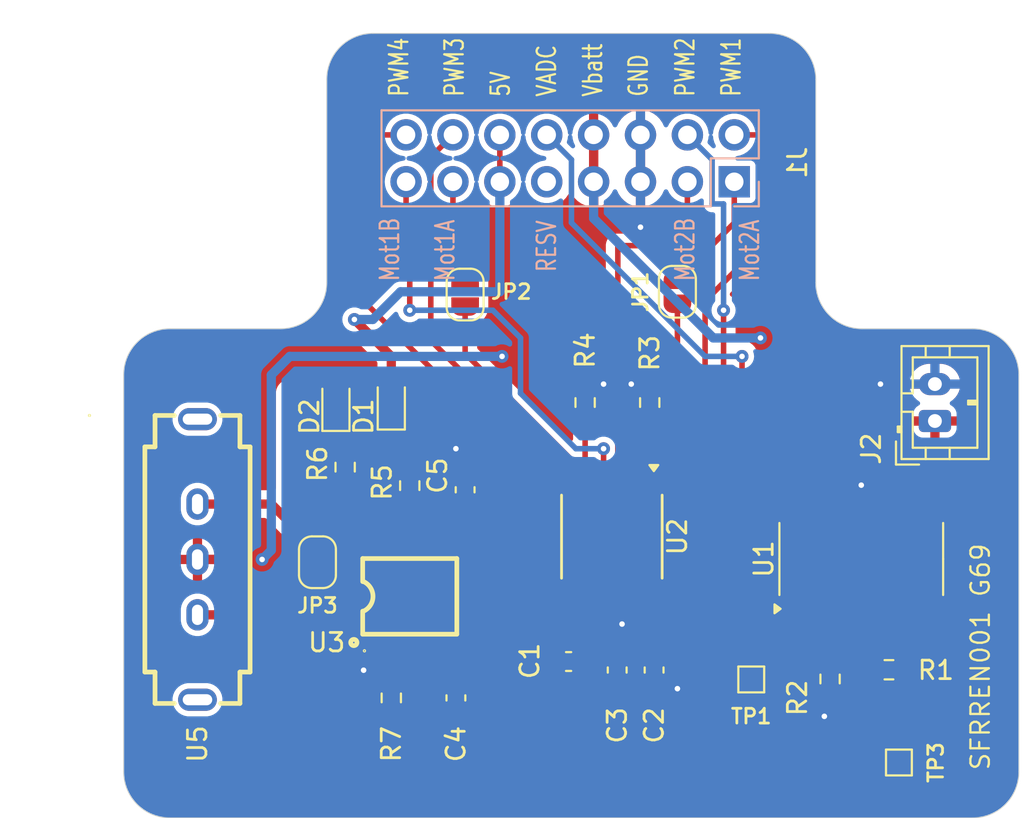
<source format=kicad_pcb>
(kicad_pcb (version 20240108) (generator "pcbnew") (generator_version "8.0")
  (title_block (title "Power SubSystem") (date "2024-04-21") (rev "v2") (company "EEE3088F") (comment 1 "SFRREN001") (comment 2 "Dimpho Sefora"))
  (layers (0 "F.Cu" signal) (31 "B.Cu" power) (34 "B.Paste" user) (35 "F.Paste" user) (36 "B.SilkS" user "B.Silkscreen") (37 "F.SilkS" user "F.Silkscreen") (38 "B.Mask" user) (39 "F.Mask" user) (44 "Edge.Cuts" user))
  (net 0 "")
  (net 1 "Net-(U2-VCP)")
  (net 2 "GND")
  (net 3 "Net-(U2-VINT)")
  (net 4 "Net-(D1-K)")
  (net 5 "Net-(D2-K)")
  (net 6 "/Motor2_A")
  (net 7 "/RESV")
  (net 8 "/Motor1_B")
  (net 9 "/Motor2_B")
  (net 10 "/Motor1_A")
  (net 11 "Net-(U1A-+)")
  (net 12 "Net-(U2-AISEN)")
  (net 13 "Net-(U2-BISEN)")
  (net 14 "Net-(U3-STDBY#)")
  (net 15 "Net-(U3-CHRG#)")
  (net 16 "Net-(U3-PROG)")
  (net 19 "Charging")
  (net 20 "H-bridge")
  (net 21 "/Vusb")
  (net 22 "/Vbatt")
  (net 23 "/PWM4")
  (net 24 "/PWM2")
  (net 25 "/PWM1")
  (net 26 "/PWM3")
  (net 29 "VADC")
  (net 30 "Net-(JP3-A)")
  (net 31 "Net-(JP1-A)")
  (net 32 "Net-(JP2-A)")
  (footprint "Capacitor_SMD:C_0603_1608Metric" (layer "F.Cu") (at 127.605 86.03)
    (property "Reference" "C1" (at -2.105 -0.03 90) (layer "F.SilkS"))
    (property "Value" "10nF")
    (pad "1" smd roundrect (at -0.775 0) (size 0.9 0.95) (layers "F.Cu" "F.Paste" "F.Mask") (net 1 "Net-(U2-VCP)"))
    (pad "2" smd roundrect (at 0.775 0) (size 0.9 0.95) (layers "F.Cu" "F.Paste" "F.Mask") (net 20 "H-bridge"))
  )
  (footprint "Capacitor_SMD:C_0603_1608Metric" (layer "F.Cu") (at 132.2375 86.49 -90)
    (property "Reference" "C2" (at 3 0 90) (layer "F.SilkS"))
    (property "Value" "2.2uF")
    (pad "1" smd roundrect (at -0.775 0 270) (size 0.9 0.95) (layers "F.Cu" "F.Paste" "F.Mask") (net 3 "Net-(U2-VINT)"))
    (pad "2" smd roundrect (at 0.775 0 270) (size 0.9 0.95) (layers "F.Cu" "F.Paste" "F.Mask") (net 2 "GND"))
  )
  (footprint "Capacitor_SMD:C_0603_1608Metric" (layer "F.Cu") (at 121.5 88 -90)
    (property "Reference" "C4" (at 2.5 0 90) (layer "F.SilkS"))
    (property "Value" "10uF")
    (pad "1" smd roundrect (at -0.775 0 270) (size 0.9 0.95) (layers "F.Cu" "F.Paste" "F.Mask") (net 21 "/Vusb"))
    (pad "2" smd roundrect (at 0.775 0 270) (size 0.9 0.95) (layers "F.Cu" "F.Paste" "F.Mask") (net 2 "GND"))
  )
  (footprint "TestPoint:TestPoint_Pad_1.0x1.0mm" (layer "F.Cu") (at 145.5 91.5)
    (property "Reference" "TP3" (at 2 0 270) (layer "F.SilkS") (effects (font (size 0.8 0.8))))
    (property "Value" "Vh")
    (pad "1" smd rect (at 0 0) (size 1 1) (layers "F.Cu" "F.Mask") (net 20 "H-bridge"))
  )
  (footprint "Resistor_SMD:R_0603_1608Metric" (layer "F.Cu") (at 132 72 -90)
    (property "Reference" "R3" (at -2.675 0 90) (layer "F.SilkS"))
    (property "Value" "1")
    (pad "1" smd roundrect (at -0.825 0 270) (size 0.8 0.95) (layers "F.Cu" "F.Paste" "F.Mask") (net 2 "GND"))
    (pad "2" smd roundrect (at 0.825 0 270) (size 0.8 0.95) (layers "F.Cu" "F.Paste" "F.Mask") (net 12 "Net-(U2-AISEN)"))
  )
  (footprint "Resistor_SMD:R_0603_1608Metric" (layer "F.Cu") (at 144.96 86.475 180)
    (property "Reference" "R1" (at -2.54 -0.025 180) (layer "F.SilkS"))
    (property "Value" "270")
    (pad "1" smd roundrect (at -0.825 0 180) (size 0.8 0.95) (layers "F.Cu" "F.Paste" "F.Mask") (net 20 "H-bridge"))
    (pad "2" smd roundrect (at 0.825 0 180) (size 0.8 0.95) (layers "F.Cu" "F.Paste" "F.Mask") (net 11 "Net-(U1A-+)"))
  )
  (footprint "Package_SO:TSSOP-16-1EP_4.4x5mm_P0.65mm" (layer "F.Cu") (at 129.9475 79.265 -90)
    (property "Reference" "U2" (at 0 -3.55 90) (layer "F.SilkS"))
    (property "Value" "DRV8833PWPR")
    (pad "1" smd rect (at -2.775 -2.275 270) (size 1.05 0.45) (layers "F.Cu" "F.Paste" "F.Mask"))
    (pad "2" smd rect (at -2.775 -1.625 270) (size 1.05 0.45) (layers "F.Cu" "F.Paste" "F.Mask") (net 31 "Net-(JP1-A)"))
    (pad "3" smd rect (at -2.775 -0.975 270) (size 1.05 0.45) (layers "F.Cu" "F.Paste" "F.Mask") (net 12 "Net-(U2-AISEN)"))
    (pad "4" smd rect (at -2.775 -0.325 270) (size 1.05 0.45) (layers "F.Cu" "F.Paste" "F.Mask") (net 9 "/Motor2_B"))
    (pad "5" smd rect (at -2.775 0.325 270) (size 1.05 0.45) (layers "F.Cu" "F.Paste" "F.Mask") (net 8 "/Motor1_B"))
    (pad "6" smd rect (at -2.775 0.975 270) (size 1.05 0.45) (layers "F.Cu" "F.Paste" "F.Mask") (net 13 "Net-(U2-BISEN)"))
    (pad "7" smd rect (at -2.775 1.625 270) (size 1.05 0.45) (layers "F.Cu" "F.Paste" "F.Mask") (net 32 "Net-(JP2-A)"))
    (pad "8" smd rect (at -2.775 2.275 270) (size 1.05 0.45) (layers "F.Cu" "F.Paste" "F.Mask"))
    (pad "9" smd rect (at 2.775 2.275 270) (size 1.05 0.45) (layers "F.Cu" "F.Paste" "F.Mask") (net 26 "/PWM3"))
    (pad "10" smd rect (at 2.775 1.625 270) (size 1.05 0.45) (layers "F.Cu" "F.Paste" "F.Mask") (net 23 "/PWM4"))
    (pad "11" smd rect (at 2.775 0.975 270) (size 1.05 0.45) (layers "F.Cu" "F.Paste" "F.Mask") (net 1 "Net-(U2-VCP)"))
    (pad "12" smd rect (at 2.775 0.325 270) (size 1.05 0.45) (layers "F.Cu" "F.Paste" "F.Mask") (net 20 "H-bridge"))
    (pad "13" smd rect (at 2.775 -0.325 270) (size 1.05 0.45) (layers "F.Cu" "F.Paste" "F.Mask") (net 2 "GND"))
    (pad "14" smd rect (at 2.775 -0.975 270) (size 1.05 0.45) (layers "F.Cu" "F.Paste" "F.Mask") (net 3 "Net-(U2-VINT)"))
    (pad "15" smd rect (at 2.775 -1.625 270) (size 1.05 0.45) (layers "F.Cu" "F.Paste" "F.Mask") (net 24 "/PWM2"))
    (pad "16" smd rect (at 2.775 -2.275 270) (size 1.05 0.45) (layers "F.Cu" "F.Paste" "F.Mask") (net 25 "/PWM1"))
    (pad "17" smd rect (at -0.735 -1.3425 270) (size 1.47 0.895) (layers "F.Cu" "F.Paste" "F.Mask") (net 2 "GND"))
    (pad "17" smd rect (at -0.735 -0.4475 270) (size 1.47 0.895) (layers "F.Cu" "F.Paste" "F.Mask") (net 2 "GND"))
    (pad "17" smd rect (at -0.735 0.4475 270) (size 1.47 0.895) (layers "F.Cu" "F.Paste" "F.Mask") (net 2 "GND"))
    (pad "17" smd rect (at -0.735 1.3425 270) (size 1.47 0.895) (layers "F.Cu" "F.Paste" "F.Mask") (net 2 "GND"))
    (pad "17" smd rect (at 0.735 -1.3425 270) (size 1.47 0.895) (layers "F.Cu" "F.Paste" "F.Mask") (net 2 "GND"))
    (pad "17" smd rect (at 0.735 -0.4475 270) (size 1.47 0.895) (layers "F.Cu" "F.Paste" "F.Mask") (net 2 "GND"))
    (pad "17" smd rect (at 0.735 0.4475 270) (size 1.47 0.895) (layers "F.Cu" "F.Paste" "F.Mask") (net 2 "GND"))
    (pad "17" smd rect (at 0.735 1.3425 270) (size 1.47 0.895) (layers "F.Cu" "F.Paste" "F.Mask") (net 2 "GND"))
  )
  (footprint "Jumper:SolderJumper-2_P1.3mm_Open_RoundedPad1.0x1.5mm" (layer "F.Cu") (at 122 66.15 90)
    (property "Reference" "JP2" (at 0.15 2.5 0) (layer "F.SilkS") (effects (font (size 0.8 0.8))))
    (property "Value" "SolderJumper_2_Open")
    (pad "1" smd custom (at -0.65 0 90) (size 1 0.5) (layers "F.Cu" "F.Mask") (net 32 "Net-(JP2-A)") (options (clearance outline) (anchor rect)) (primitives (gr_circle (center 0 0.25) (end 0.5 0.25) (width 0) (fill yes)) (gr_circle (center 0 -0.25) (end 0.5 -0.25) (width 0) (fill yes)) (gr_poly (pts (xy 0.5 0.75) (xy 0 0.75) (xy 0 -0.75) (xy 0.5 -0.75)) (width 0) (fill yes))))
    (pad "2" smd custom (at 0.65 0 90) (size 1 0.5) (layers "F.Cu" "F.Mask") (net 10 "/Motor1_A") (options (clearance outline) (anchor rect)) (primitives (gr_circle (center 0 0.25) (end 0.5 0.25) (width 0) (fill yes)) (gr_circle (center 0 -0.25) (end 0.5 -0.25) (width 0) (fill yes)) (gr_poly (pts (xy 0 0.75) (xy -0.5 0.75) (xy -0.5 -0.75) (xy 0 -0.75)) (width 0) (fill yes))))
  )
  (footprint "JLC2KiCad_lib:SW-TH_G-SWITCH_SK-12F02-G030" (layer "F.Cu") (at 107.5 80.5 -90)
    (property "Reference" "U5" (at 10 0 90) (layer "F.SilkS"))
    (property "Value" "SK-12F02-G030")
    (pad "1" thru_hole oval (at -3 0 180) (size 1.2 1.7) (drill oval 0.6 1.1) (layers "*.Cu" "*.Mask") (net 19 "Charging"))
    (pad "2" thru_hole oval (at 0 0 180) (size 1.2 1.7) (drill oval 0.6 1.1) (layers "*.Cu" "*.Mask") (net 22 "/Vbatt"))
    (pad "3" thru_hole oval (at 3 0 180) (size 1.2 1.7) (drill oval 0.6 1.1) (layers "*.Cu" "*.Mask") (net 20 "H-bridge"))
    (pad "4" thru_hole oval (at 7.599949 0 270) (size 1.2 2.1) (drill oval 0.6 1.6) (layers "*.Cu" "*.Mask"))
    (pad "5" thru_hole oval (at -7.599949 0 270) (size 1.2 2.1) (drill oval 0.6 1.6) (layers "*.Cu" "*.Mask"))
  )
  (footprint "TP4056:ESOP-8_L4.9-W3.9-P1.27-LS6.0-BL-EP" (layer "F.Cu") (at 119 82.5)
    (property "Reference" "U3" (at -4.5 2.5 0) (layer "F.SilkS"))
    (property "Value" "TP4056")
    (pad "1" smd rect (at -1.905004 2.908306) (size 0.6 1.2) (layers "F.Cu" "F.Paste" "F.Mask") (net 2 "GND"))
    (pad "2" smd rect (at -0.635001 2.908306) (size 0.6 1.2) (layers "F.Cu" "F.Paste" "F.Mask") (net 16 "Net-(U3-PROG)"))
    (pad "3" smd rect (at 0.635001 2.908306) (size 0.6 1.2) (layers "F.Cu" "F.Paste" "F.Mask") (net 2 "GND"))
    (pad "4" smd rect (at 1.905004 2.908306) (size 0.6 1.2) (layers "F.Cu" "F.Paste" "F.Mask") (net 21 "/Vusb"))
    (pad "5" smd rect (at 1.905004 -2.908306) (size 0.6 1.2) (layers "F.Cu" "F.Paste" "F.Mask") (net 30 "Net-(JP3-A)"))
    (pad "6" smd rect (at 0.635001 -2.908306) (size 0.6 1.2) (layers "F.Cu" "F.Paste" "F.Mask") (net 14 "Net-(U3-STDBY#)"))
    (pad "7" smd rect (at -0.635001 -2.908306) (size 0.6 1.2) (layers "F.Cu" "F.Paste" "F.Mask") (net 15 "Net-(U3-CHRG#)"))
    (pad "8" smd rect (at -1.905004 -2.908306) (size 0.6 1.2) (layers "F.Cu" "F.Paste" "F.Mask") (net 21 "/Vusb"))
    (pad "9" smd rect (at 0 0 180) (size 3.3 2.4) (layers "F.Cu" "F.Paste" "F.Mask") (net 2 "GND"))
  )
  (footprint "Capacitor_SMD:C_0603_1608Metric" (layer "F.Cu") (at 130.2375 86.49 90)
    (property "Reference" "C3" (at -3 0 270) (layer "F.SilkS"))
    (property "Value" "10uF")
    (pad "1" smd roundrect (at -0.775 0 90) (size 0.9 0.95) (layers "F.Cu" "F.Paste" "F.Mask") (net 2 "GND"))
    (pad "2" smd roundrect (at 0.775 0 90) (size 0.9 0.95) (layers "F.Cu" "F.Paste" "F.Mask") (net 20 "H-bridge"))
  )
  (footprint "LED_SMD:LED_0603_1608Metric" (layer "F.Cu") (at 118 71.9775 90)
    (property "Reference" "D1" (at -0.7875 -1.5 -90) (layer "F.SilkS"))
    (property "Value" "LED")
    (pad "1" smd roundrect (at -0.7875 0 90) (size 0.875 0.95) (layers "F.Cu" "F.Paste" "F.Mask") (net 4 "Net-(D1-K)"))
    (pad "2" smd roundrect (at 0.7875 0 90) (size 0.875 0.95) (layers "F.Cu" "F.Paste" "F.Mask") (net 21 "/Vusb"))
  )
  (footprint "Package_SO:SOIC-14_3.9x8.7mm_P1.27mm" (layer "F.Cu") (at 143.46 80.475 90)
    (property "Reference" "U1" (at 0 -5.28 270) (layer "F.SilkS"))
    (property "Value" "LM324")
    (pad "1" smd roundrect (at -2.475 -3.81 90) (size 1.95 0.6) (layers "F.Cu" "F.Paste" "F.Mask") (net 29 "VADC"))
    (pad "2" smd roundrect (at -2.475 -2.54 90) (size 1.95 0.6) (layers "F.Cu" "F.Paste" "F.Mask") (net 29 "VADC"))
    (pad "3" smd roundrect (at -2.475 -1.27 90) (size 1.95 0.6) (layers "F.Cu" "F.Paste" "F.Mask") (net 11 "Net-(U1A-+)"))
    (pad "4" smd roundrect (at -2.475 0 90) (size 1.95 0.6) (layers "F.Cu" "F.Paste" "F.Mask") (net 20 "H-bridge"))
    (pad "5" smd roundrect (at -2.475 1.27 90) (size 1.95 0.6) (layers "F.Cu" "F.Paste" "F.Mask"))
    (pad "6" smd roundrect (at -2.475 2.54 90) (size 1.95 0.6) (layers "F.Cu" "F.Paste" "F.Mask"))
    (pad "7" smd roundrect (at -2.475 3.81 90) (size 1.95 0.6) (layers "F.Cu" "F.Paste" "F.Mask"))
    (pad "8" smd roundrect (at 2.475 3.81 90) (size 1.95 0.6) (layers "F.Cu" "F.Paste" "F.Mask"))
    (pad "9" smd roundrect (at 2.475 2.54 90) (size 1.95 0.6) (layers "F.Cu" "F.Paste" "F.Mask"))
    (pad "10" smd roundrect (at 2.475 1.27 90) (size 1.95 0.6) (layers "F.Cu" "F.Paste" "F.Mask"))
    (pad "11" smd roundrect (at 2.475 0 90) (size 1.95 0.6) (layers "F.Cu" "F.Paste" "F.Mask") (net 2 "GND"))
    (pad "12" smd roundrect (at 2.475 -1.27 90) (size 1.95 0.6) (layers "F.Cu" "F.Paste" "F.Mask"))
    (pad "13" smd roundrect (at 2.475 -2.54 90) (size 1.95 0.6) (layers "F.Cu" "F.Paste" "F.Mask"))
    (pad "14" smd roundrect (at 2.475 -3.81 90) (size 1.95 0.6) (layers "F.Cu" "F.Paste" "F.Mask"))
  )
  (footprint "Connector_JST:JST_PH_B2B-PH-K_1x02_P2.00mm_Vertical" (layer "F.Cu") (at 147.45 73 90)
    (property "Reference" "J2" (at -1.5 -3.45 270) (layer "F.SilkS"))
    (property "Value" "Conn_01x02_Pin")
    (pad "1" thru_hole roundrect (at 0 0 90) (size 1.2 1.75) (drill 0.75) (layers "*.Cu" "*.Mask") (roundrect_rratio 0.208333) (net 22 "/Vbatt"))
    (pad "2" thru_hole oval (at 2 0 90) (size 1.2 1.75) (drill 0.75) (layers "*.Cu" "*.Mask") (net 2 "GND"))
  )
  (footprint "Resistor_SMD:R_0603_1608Metric" (layer "F.Cu") (at 119 76.5 -90)
    (property "Reference" "R5" (at -0.175 1.5 90) (layer "F.SilkS"))
    (property "Value" "1k")
    (pad "1" smd roundrect (at -0.825 0 270) (size 0.8 0.95) (layers "F.Cu" "F.Paste" "F.Mask") (net 4 "Net-(D1-K)"))
    (pad "2" smd roundrect (at 0.825 0 270) (size 0.8 0.95) (layers "F.Cu" "F.Paste" "F.Mask") (net 14 "Net-(U3-STDBY#)"))
  )
  (footprint "Jumper:SolderJumper-2_P1.3mm_Open_RoundedPad1.0x1.5mm" (layer "F.Cu") (at 114 80.65 90)
    (property "Reference" "JP3" (at -2.35 0 0) (layer "F.SilkS") (effects (font (size 0.8 0.8))))
    (property "Value" "SolderJumper_2_Open")
    (pad "1" smd custom (at -0.65 0 90) (size 1 0.5) (layers "F.Cu" "F.Mask") (net 30 "Net-(JP3-A)") (options (clearance outline) (anchor rect)) (primitives (gr_circle (center 0 0.25) (end 0.5 0.25) (width 0) (fill yes)) (gr_circle (center 0 -0.25) (end 0.5 -0.25) (width 0) (fill yes)) (gr_poly (pts (xy 0.5 0.75) (xy 0 0.75) (xy 0 -0.75) (xy 0.5 -0.75)) (width 0) (fill yes))))
    (pad "2" smd custom (at 0.65 0 90) (size 1 0.5) (layers "F.Cu" "F.Mask") (net 19 "Charging") (options (clearance outline) (anchor rect)) (primitives (gr_circle (center 0 0.25) (end 0.5 0.25) (width 0) (fill yes)) (gr_circle (center 0 -0.25) (end 0.5 -0.25) (width 0) (fill yes)) (gr_poly (pts (xy 0 0.75) (xy -0.5 0.75) (xy -0.5 -0.75) (xy 0 -0.75)) (width 0) (fill yes))))
  )
  (footprint "Resistor_SMD:R_0603_1608Metric" (layer "F.Cu") (at 118 88 -90)
    (property "Reference" "R7" (at 2.5 0 90) (layer "F.SilkS"))
    (property "Value" "7.5k")
    (pad "1" smd roundrect (at -0.825 0 270) (size 0.8 0.95) (layers "F.Cu" "F.Paste" "F.Mask") (net 16 "Net-(U3-PROG)"))
    (pad "2" smd roundrect (at 0.825 0 270) (size 0.8 0.95) (layers "F.Cu" "F.Paste" "F.Mask") (net 2 "GND"))
  )
  (footprint "LED_SMD:LED_0603_1608Metric" (layer "F.Cu") (at 115 72.0525 90)
    (property "Reference" "D2" (at -0.7125 -1.43 -90) (layer "F.SilkS"))
    (property "Value" "LED")
    (pad "1" smd roundrect (at -0.7875 0 90) (size 0.875 0.95) (layers "F.Cu" "F.Paste" "F.Mask") (net 5 "Net-(D2-K)"))
    (pad "2" smd roundrect (at 0.7875 0 90) (size 0.875 0.95) (layers "F.Cu" "F.Paste" "F.Mask") (net 21 "/Vusb"))
  )
  (footprint "Resistor_SMD:R_0603_1608Metric" (layer "F.Cu") (at 115.5 75.5 -90)
    (property "Reference" "R6" (at -0.175 1.5 90) (layer "F.SilkS"))
    (property "Value" "1k")
    (pad "1" smd roundrect (at -0.825 0 270) (size 0.8 0.95) (layers "F.Cu" "F.Paste" "F.Mask") (net 5 "Net-(D2-K)"))
    (pad "2" smd roundrect (at 0.825 0 270) (size 0.8 0.95) (layers "F.Cu" "F.Paste" "F.Mask") (net 15 "Net-(U3-CHRG#)"))
  )
  (footprint "Jumper:SolderJumper-2_P1.3mm_Open_RoundedPad1.0x1.5mm" (layer "F.Cu") (at 133.5 66 90)
    (property "Reference" "JP1" (at 0 -2 270) (layer "F.SilkS") (effects (font (size 0.8 0.8))))
    (property "Value" "SolderJumper_2_Open")
    (pad "1" smd custom (at -0.65 0 90) (size 1 0.5) (layers "F.Cu" "F.Mask") (net 31 "Net-(JP1-A)") (options (clearance outline) (anchor rect)) (primitives (gr_circle (center 0 0.25) (end 0.5 0.25) (width 0) (fill yes)) (gr_circle (center 0 -0.25) (end 0.5 -0.25) (width 0) (fill yes)) (gr_poly (pts (xy 0.5 0.75) (xy 0 0.75) (xy 0 -0.75) (xy 0.5 -0.75)) (width 0) (fill yes))))
    (pad "2" smd custom (at 0.65 0 90) (size 1 0.5) (layers "F.Cu" "F.Mask") (net 6 "/Motor2_A") (options (clearance outline) (anchor rect)) (primitives (gr_circle (center 0 0.25) (end 0.5 0.25) (width 0) (fill yes)) (gr_circle (center 0 -0.25) (end 0.5 -0.25) (width 0) (fill yes)) (gr_poly (pts (xy 0 0.75) (xy -0.5 0.75) (xy -0.5 -0.75) (xy 0 -0.75)) (width 0) (fill yes))))
  )
  (footprint "TestPoint:TestPoint_Pad_1.0x1.0mm" (layer "F.Cu") (at 137.5 87)
    (property "Reference" "TP1" (at 0 2 0) (layer "F.SilkS") (effects (font (size 0.8 0.8))))
    (property "Value" "Vadc")
    (pad "1" smd rect (at 0 0) (size 1 1) (layers "F.Cu" "F.Mask") (net 11 "Net-(U1A-+)"))
  )
  (footprint "Resistor_SMD:R_0603_1608Metric" (layer "F.Cu") (at 141.77 86.975 -90)
    (property "Reference" "R2" (at 1.025 1.77 90) (layer "F.SilkS"))
    (property "Value" "1k")
    (pad "1" smd roundrect (at -0.825 0 270) (size 0.8 0.95) (layers "F.Cu" "F.Paste" "F.Mask") (net 11 "Net-(U1A-+)"))
    (pad "2" smd roundrect (at 0.825 0 270) (size 0.8 0.95) (layers "F.Cu" "F.Paste" "F.Mask") (net 2 "GND"))
  )
  (footprint "Capacitor_SMD:C_0603_1608Metric" (layer "F.Cu") (at 122 76.725 -90)
    (property "Reference" "C5" (at -0.765 1.5 90) (layer "F.SilkS"))
    (property "Value" "10uF")
    (pad "1" smd roundrect (at -0.775 0 270) (size 0.9 0.95) (layers "F.Cu" "F.Paste" "F.Mask") (net 2 "GND"))
    (pad "2" smd roundrect (at 0.775 0 270) (size 0.9 0.95) (layers "F.Cu" "F.Paste" "F.Mask") (net 30 "Net-(JP3-A)"))
  )
  (footprint "Resistor_SMD:R_0603_1608Metric" (layer "F.Cu") (at 128.5 72 -90)
    (property "Reference" "R4" (at -2.825 0 90) (layer "F.SilkS"))
    (property "Value" "1")
    (pad "1" smd roundrect (at -0.825 0 270) (size 0.8 0.95) (layers "F.Cu" "F.Paste" "F.Mask") (net 2 "GND"))
    (pad "2" smd roundrect (at 0.825 0 270) (size 0.8 0.95) (layers "F.Cu" "F.Paste" "F.Mask") (net 13 "Net-(U2-BISEN)"))
  )
  (footprint "Connector_PinHeader_2.54mm:PinHeader_2x08_P2.54mm_Vertical" (layer "B.Cu") (at 136.58 60.04 90)
    (property "Reference" "J1" (at 1.04 3.42 270) (layer "F.SilkS") (effects (justify mirror)))
    (property "Value" "Conn_02x08_Odd_Even")
    (pad "1" thru_hole rect (at 0 0 90) (size 1.7 1.7) (drill 1) (layers "*.Cu" "*.Mask") (net 6 "/Motor2_A"))
    (pad "2" thru_hole oval (at 2.54 0 90) (size 1.7 1.7) (drill 1) (layers "*.Cu" "*.Mask") (net 25 "/PWM1"))
    (pad "3" thru_hole oval (at 0 -2.54 90) (size 1.7 1.7) (drill 1) (layers "*.Cu" "*.Mask") (net 9 "/Motor2_B"))
    (pad "4" thru_hole oval (at 2.54 -2.54 90) (size 1.7 1.7) (drill 1) (layers "*.Cu" "*.Mask") (net 24 "/PWM2"))
    (pad "5" thru_hole oval (at 0 -5.08 90) (size 1.7 1.7) (drill 1) (layers "*.Cu" "*.Mask") (net 2 "GND"))
    (pad "6" thru_hole oval (at 2.54 -5.08 90) (size 1.7 1.7) (drill 1) (layers "*.Cu" "*.Mask") (net 2 "GND"))
    (pad "7" thru_hole oval (at 0 -7.62 90) (size 1.7 1.7) (drill 1) (layers "*.Cu" "*.Mask") (net 22 "/Vbatt"))
    (pad "8" thru_hole oval (at 2.54 -7.62 90) (size 1.7 1.7) (drill 1) (layers "*.Cu" "*.Mask") (net 22 "/Vbatt"))
    (pad "9" thru_hole oval (at 0 -10.16 90) (size 1.7 1.7) (drill 1) (layers "*.Cu" "*.Mask") (net 7 "/RESV"))
    (pad "10" thru_hole oval (at 2.54 -10.16 90) (size 1.7 1.7) (drill 1) (layers "*.Cu" "*.Mask") (net 29 "VADC"))
    (pad "11" thru_hole oval (at 0 -12.7 90) (size 1.7 1.7) (drill 1) (layers "*.Cu" "*.Mask") (net 21 "/Vusb"))
    (pad "12" thru_hole oval (at 2.54 -12.7 90) (size 1.7 1.7) (drill 1) (layers "*.Cu" "*.Mask") (net 21 "/Vusb"))
    (pad "13" thru_hole oval (at 0 -15.24 90) (size 1.7 1.7) (drill 1) (layers "*.Cu" "*.Mask") (net 10 "/Motor1_A"))
    (pad "14" thru_hole oval (at 2.54 -15.24 90) (size 1.7 1.7) (drill 1) (layers "*.Cu" "*.Mask") (net 26 "/PWM3"))
    (pad "15" thru_hole oval (at 0 -17.78 90) (size 1.7 1.7) (drill 1) (layers "*.Cu" "*.Mask") (net 8 "/Motor1_B"))
    (pad "16" thru_hole oval (at 2.54 -17.78 90) (size 1.7 1.7) (drill 1) (layers "*.Cu" "*.Mask") (net 23 "/PWM4"))
  )
  (gr_arc (start 114.5 54.5) (mid 115.232233 52.732233) (end 117 52) (stroke (width 0.05)) (layer "Edge.Cuts"))
  (gr_line (start 143.5 68) (end 149.5 68) (stroke (width 0.05)) (layer "Edge.Cuts"))
  (gr_arc (start 152 92) (mid 151.267767 93.767767) (end 149.5 94.5) (stroke (width 0.05)) (layer "Edge.Cuts"))
  (gr_line (start 152 92) (end 152 70.5) (stroke (width 0.05)) (layer "Edge.Cuts"))
  (gr_line (start 114.5 54.5) (end 114.5 65.5) (stroke (width 0.05)) (layer "Edge.Cuts"))
  (gr_arc (start 143.5 68) (mid 141.732233 67.267767) (end 141 65.5) (stroke (width 0.05)) (layer "Edge.Cuts"))
  (gr_line (start 106 94.5) (end 149.5 94.5) (stroke (width 0.05)) (layer "Edge.Cuts"))
  (gr_line (start 141 65.5) (end 141 54.5) (stroke (width 0.05)) (layer "Edge.Cuts"))
  (gr_line (start 112 68) (end 106 68) (stroke (width 0.05)) (layer "Edge.Cuts"))
  (gr_line (start 103.5 70.5) (end 103.5 92) (stroke (width 0.05)) (layer "Edge.Cuts"))
  (gr_arc (start 114.5 65.5) (mid 113.767767 67.267767) (end 112 68) (stroke (width 0.05)) (layer "Edge.Cuts"))
  (gr_arc (start 106 94.5) (mid 104.232233 93.767767) (end 103.5 92) (stroke (width 0.05)) (layer "Edge.Cuts"))
  (gr_arc (start 103.5 70.5) (mid 104.232233 68.732233) (end 106 68) (stroke (width 0.05)) (layer "Edge.Cuts"))
  (gr_arc (start 138.5 52) (mid 140.267767 52.732233) (end 141 54.5) (stroke (width 0.05)) (layer "Edge.Cuts"))
  (gr_line (start 138.5 52) (end 117 52) (stroke (width 0.05)) (layer "Edge.Cuts"))
  (gr_arc (start 149.5 68) (mid 151.267767 68.732233) (end 152 70.5) (stroke (width 0.05)) (layer "Edge.Cuts"))
  (gr_text "RESV" (at 127 65 90) (layer "B.SilkS") (effects (font (size 1 0.75) (thickness 0.12)) (justify left bottom)))
  (gr_text "Mot2B" (at 134.5 65.5 90) (layer "B.SilkS") (effects (font (size 1 0.75) (thickness 0.12)) (justify left bottom)))
  (gr_text "Mot1B" (at 118.5 65.5 90) (layer "B.SilkS") (effects (font (size 1 0.75) (thickness 0.12)) (justify left bottom)))
  (gr_text "Mot1A" (at 121.5 65.5 90) (layer "B.SilkS") (effects (font (size 1 0.75) (thickness 0.12)) (justify left bottom)))
  (gr_text "Mot2A" (at 138 65.5 90) (layer "B.SilkS") (effects (font (size 1 0.75) (thickness 0.12)) (justify left bottom)))
  (gr_text "VADC" (at 127 55.5 90) (layer "F.SilkS") (effects (font (size 1 0.75) (thickness 0.12)) (justify left bottom)))
  (gr_text "5V" (at 124.5 55.5 90) (layer "F.SilkS") (effects (font (size 1 0.75) (thickness 0.12)) (justify left bottom)))
  (gr_text "PWM2" (at 134.5 55.5 90) (layer "F.SilkS") (effects (font (size 1 0.75) (thickness 0.12)) (justify left bottom)))
  (gr_text "PWM1" (at 137 55.5 90) (layer "F.SilkS") (effects (font (size 1 0.75) (thickness 0.12)) (justify left bottom)))
  (gr_text "PWM3" (at 122 55.5 90) (layer "F.SilkS") (effects (font (size 1 0.75) (thickness 0.12)) (justify left bottom)))
  (gr_text "Vbatt" (at 129.5 55.5 90) (layer "F.SilkS") (effects (font (size 1 0.75) (thickness 0.12)) (justify left bottom)))
  (gr_text "PWM4" (at 119 55.5 90) (layer "F.SilkS") (effects (font (size 1 0.75) (thickness 0.12)) (justify left bottom)))
  (gr_text "SFRREN001 G69" (at 150.5 92 90) (layer "F.SilkS") (effects (font (size 1 1) (thickness 0.125)) (justify left bottom)))
  (gr_text "GND" (at 131.971519 55.499592 90) (layer "F.SilkS") (effects (font (size 1 0.75) (thickness 0.12)) (justify left bottom)))
  (segment (start 128.9725 82.04) (end 128.9725 84.1625) (width 0.3) (layer "F.Cu") (net 1))
  (segment (start 128.9725 84.1625) (end 128.605 84.53) (width 0.3) (layer "F.Cu") (net 1))
  (segment (start 127.105 84.53) (end 126.83 84.805) (width 0.3) (layer "F.Cu") (net 1))
  (segment (start 128.605 84.53) (end 127.105 84.53) (width 0.3) (layer "F.Cu") (net 1))
  (segment (start 126.83 84.805) (end 126.83 86.03) (width 0.3) (layer "F.Cu") (net 1))
  (segment (start 131.5 60.04) (end 131.5 62.5) (width 0.5) (layer "F.Cu") (net 2))
  (segment (start 133.265 87.265) (end 133.5 87.5) (width 0.5) (layer "F.Cu") (net 2))
  (segment (start 130.2725 82.04) (end 130.2725 83.7725) (width 0.3) (layer "F.Cu") (net 2))
  (segment (start 129.325 71.175) (end 129.5 71) (width 0.5) (layer "F.Cu") (net 2))
  (segment (start 131.5 57.5) (end 131.5 60.04) (width 0.5) (layer "F.Cu") (net 2))
  (segment (start 132.2375 87.265) (end 133.265 87.265) (width 0.5) (layer "F.Cu") (net 2))
  (segment (start 119.635001 85.408306) (end 119.635001 83.135001) (width 0.5) (layer "F.Cu") (net 2))
  (segment (start 120.045002 88.775) (end 119.635001 88.364999) (width 0.5) (layer "F.Cu") (net 2))
  (segment (start 119.635001 83.135001) (end 119 82.5) (width 0.5) (layer "F.Cu") (net 2))
  (segment (start 130.2725 80.1225) (end 130.2725 82.04) (width 0.3) (layer "F.Cu") (net 2))
  (segment (start 147.45 71) (end 144.5 71) (width 0.5) (layer "F.Cu") (net 2))
  (segment (start 119.175 88.825) (end 118 88.825) (width 0.5) (layer "F.Cu") (net 2))
  (segment (start 128.5 71.175) (end 129.325 71.175) (width 0.5) (layer "F.Cu") (net 2))
  (segment (start 121.5 88.775) (end 120.045002 88.775) (width 0.5) (layer "F.Cu") (net 2))
  (segment (start 117.094996 85.408306) (end 117.094996 84.405004) (width 0.5) (layer "F.Cu") (net 2))
  (segment (start 132 71.175) (end 131.175 71.175) (width 0.5) (layer "F.Cu") (net 2))
  (segment (start 130.2375 87.265) (end 132.2375 87.265) (width 0.5) (layer "F.Cu") (net 2))
  (segment (start 117.094996 85.905004) (end 116.5 86.5) (width 0.5) (layer "F.Cu") (net 2))
  (segment (start 141.77 88.69) (end 141.46 89) (width 0.5) (layer "F.Cu") (net 2))
  (segment (start 130.395 80) (end 130.2725 80.1225) (width 0.3) (layer "F.Cu") (net 2))
  (segment (start 130.2725 83.7725) (end 130.5 84) (width 0.3) (layer "F.Cu") (net 2))
  (segment (start 122 75) (end 121.5 74.5) (width 0.5) (layer "F.Cu") (net 2))
  (segment (start 117.094996 85.408306) (end 117.094996 85.905004) (width 0.5) (layer "F.Cu") (net 2))
  (segment (start 143.46 78) (end 143.46 76.475) (width 0.5) (layer "F.Cu") (net 2))
  (segment (start 122 75.95) (end 122 75) (width 0.5) (layer "F.Cu") (net 2))
  (segment (start 141.77 87.8) (end 141.77 88.69) (width 0.5) (layer "F.Cu") (net 2))
  (segment (start 117.094996 84.405004) (end 119 82.5) (width 0.5) (layer "F.Cu") (net 2))
  (segment (start 119.635001 85.408306) (end 119.635001 88.364999) (width 0.5) (layer "F.Cu") (net 2))
  (segment (start 131.175 71.175) (end 131 71) (width 0.5) (layer "F.Cu") (net 2))
  (segment (start 119.635001 88.364999) (end 119.175 88.825) (width 0.5) (layer "F.Cu") (net 2))
  (via (at 116.5 86.5) (size 0.7) (drill 0.3) (layers "F.Cu" "B.Cu") (net 2))
  (via (at 141.46 89) (size 0.7) (drill 0.3) (layers "F.Cu" "B.Cu") (net 2))
  (via (at 129.5 71) (size 0.7) (drill 0.3) (layers "F.Cu" "B.Cu") (net 2))
  (via (at 130.5 84) (size 0.7) (drill 0.3) (layers "F.Cu" "B.Cu") (net 2))
  (via (at 131 71) (size 0.7) (drill 0.3) (layers "F.Cu" "B.Cu") (net 2))
  (via (at 121.5 74.5) (size 0.7) (drill 0.3) (layers "F.Cu" "B.Cu") (net 2))
  (via (at 131.5 62.5) (size 0.7) (drill 0.3) (layers "F.Cu" "B.Cu") (net 2))
  (via (at 144.5 71) (size 0.7) (drill 0.3) (layers "F.Cu" "B.Cu") (net 2))
  (via (at 143.46 76.475) (size 0.7) (drill 0.3) (layers "F.Cu" "B.Cu") (net 2))
  (via (at 133.5 87.5) (size 0.7) (drill 0.3) (layers "F.Cu" "B.Cu") (net 2))
  (segment (start 130.9225 83.3475) (end 132.2375 84.6625) (width 0.3) (layer "F.Cu") (net 3))
  (segment (start 130.9225 82.04) (end 130.9225 83.3475) (width 0.3) (layer "F.Cu") (net 3))
  (segment (start 132.2375 84.6625) (end 132.2375 85.715) (width 0.3) (layer "F.Cu") (net 3))
  (segment (start 119 75.675) (end 118 74.675) (width 0.3) (layer "F.Cu") (net 4))
  (segment (start 118 74.675) (end 118 72.765) (width 0.3) (layer "F.Cu") (net 4))
  (segment (start 115.5 74.675) (end 115 74.175) (width 0.3) (layer "F.Cu") (net 5))
  (segment (start 115 74.175) (end 115 72.84) (width 0.3) (layer "F.Cu") (net 5))
  (segment (start 136.58 62.27) (end 136.58 60.04) (width 0.3) (layer "F.Cu") (net 6))
  (segment (start 133.5 65.35) (end 136.58 62.27) (width 0.3) (layer "F.Cu") (net 6))
  (segment (start 129.5 74.5) (end 129.5 75.428287) (width 0.3) (layer "F.Cu") (net 8))
  (segment (start 119 67) (end 119 62.9) (width 0.3) (layer "F.Cu") (net 8))
  (segment (start 118.8 62.7) (end 118.8 60.04) (width 0.3) (layer "F.Cu") (net 8))
  (segment (start 129.5 75.428287) (end 129.6225 75.550787) (width 0.3) (layer "F.Cu") (net 8))
  (segment (start 119 62.9) (end 118.8 62.7) (width 0.3) (layer "F.Cu") (net 8))
  (segment (start 129.6225 75.550787) (end 129.6225 76.49) (width 0.3) (layer "F.Cu") (net 8))
  (via (at 129.5 74.5) (size 0.7) (drill 0.3) (layers "F.Cu" "B.Cu") (net 8))
  (via (at 119 67) (size 0.7) (drill 0.3) (layers "F.Cu" "B.Cu") (net 8))
  (segment (start 128 74.5) (end 129.5 74.5) (width 0.3) (layer "B.Cu") (net 8))
  (segment (start 123.5 67) (end 125 68.5) (width 0.3) (layer "B.Cu") (net 8))
  (segment (start 119 67) (end 123.5 67) (width 0.3) (layer "B.Cu") (net 8))
  (segment (start 125 68.5) (end 125 71.5) (width 0.3) (layer "B.Cu") (net 8))
  (segment (start 125 71.5) (end 128 74.5) (width 0.3) (layer "B.Cu") (net 8))
  (segment (start 130.2725 76.49) (end 130.2725 63.5) (width 0.3) (layer "F.Cu") (net 9))
  (segment (start 130.2725 63.5) (end 132.5 63.5) (width 0.3) (layer "F.Cu") (net 9))
  (segment (start 134.04 61.96) (end 134.04 60.04) (width 0.3) (layer "F.Cu") (net 9))
  (segment (start 132.5 63.5) (end 134.04 61.96) (width 0.3) (layer "F.Cu") (net 9))
  (segment (start 121.34 61.34) (end 122 62) (width 0.3) (layer "F.Cu") (net 10))
  (segment (start 122 62) (end 122 65.5) (width 0.3) (layer "F.Cu") (net 10))
  (segment (start 121.34 60.04) (end 121.34 61.34) (width 0.3) (layer "F.Cu") (net 10))
  (segment (start 141.77 84.665) (end 141.77 86.15) (width 0.3) (layer "F.Cu") (net 11))
  (segment (start 142.19 84.245) (end 141.77 84.665) (width 0.3) (layer "F.Cu") (net 11))
  (segment (start 142.19 82.95) (end 142.19 84.245) (width 0.3) (layer "F.Cu") (net 11))
  (segment (start 142.635 86.15) (end 142.96 86.475) (width 0.3) (layer "F.Cu") (net 11))
  (segment (start 142.96 86.475) (end 144.135 86.475) (width 0.3) (layer "F.Cu") (net 11))
  (segment (start 141.77 86.15) (end 142.635 86.15) (width 0.3) (layer "F.Cu") (net 11))
  (segment (start 139.35 86.15) (end 138.5 87) (width 0.3) (layer "F.Cu") (net 11))
  (segment (start 138.5 87) (end 137.5 87) (width 0.3) (layer "F.Cu") (net 11))
  (segment (start 141.77 86.15) (end 139.35 86.15) (width 0.3) (layer "F.Cu") (net 11))
  (segment (start 130.9225 74.5775) (end 132 73.5) (width 0.3) (layer "F.Cu") (net 12))
  (segment (start 130.9225 76.49) (end 130.9225 74.5775) (width 0.3) (layer "F.Cu") (net 12))
  (segment (start 132 73.5) (end 132 72.825) (width 0.3) (layer "F.Cu") (net 12))
  (segment (start 128.9725 75.607894) (end 128.5 75.135394) (width 0.3) (layer "F.Cu") (net 13))
  (segment (start 128.5 75.135394) (end 128.5 72.825) (width 0.3) (layer "F.Cu") (net 13))
  (segment (start 128.9725 76.49) (end 128.9725 75.607894) (width 0.3) (layer "F.Cu") (net 13))
  (segment (start 119.635001 77.960001) (end 119.635001 79.591694) (width 0.3) (layer "F.Cu") (net 14))
  (segment (start 119 77.325) (end 119.635001 77.960001) (width 0.3) (layer "F.Cu") (net 14))
  (segment (start 118.364999 79.189999) (end 118.364999 79.591694) (width 0.3) (layer "F.Cu") (net 15))
  (segment (start 115.5 76.325) (end 118.364999 79.189999) (width 0.3) (layer "F.Cu") (net 15))
  (segment (start 118.364999 85.408306) (end 118.364999 85.635001) (width 0.3) (layer "F.Cu") (net 16))
  (segment (start 118 86) (end 118 87.175) (width 0.3) (layer "F.Cu") (net 16))
  (segment (start 118.364999 85.635001) (end 118 86) (width 0.3) (layer "F.Cu") (net 16))
  (segment (start 114 80) (end 111.5 77.5) (width 0.5) (layer "F.Cu") (net 19))
  (segment (start 111.5 77.5) (end 107.5 77.5) (width 0.5) (layer "F.Cu") (net 19))
  (segment (start 114.5 92.5) (end 111.5 89.5) (width 0.5) (layer "F.Cu") (net 20))
  (segment (start 129.6225 85.1) (end 130.2375 85.715) (width 0.3) (layer "F.Cu") (net 20))
  (segment (start 111.5 89.5) (end 111.5 84) (width 0.5) (layer "F.Cu") (net 20))
  (segment (start 142.5 91.5) (end 145.5 91.5) (width 0.5) (layer "F.Cu") (net 20))
  (segment (start 129.6225 82.04) (end 129.6225 85.1) (width 0.3) (layer "F.Cu") (net 20))
  (segment (start 128.38 86.03) (end 129.9225 86.03) (width 0.5) (layer "F.Cu") (net 20))
  (segment (start 145.5 85) (end 145.785 85.285) (width 0.5) (layer "F.Cu") (net 20))
  (segment (start 142.1075 91.1075) (end 142.5 91.5) (width 0.5) (layer "F.Cu") (net 20))
  (segment (start 127 92.5) (end 114.5 92.5) (width 0.5) (layer "F.Cu") (net 20))
  (segment (start 145.785 85.285) (end 145.785 86.475) (width 0.5) (layer "F.Cu") (net 20))
  (segment (start 145.785 86.475) (end 145.785 87.43) (width 0.5) (layer "F.Cu") (net 20))
  (segment (start 128 91.5) (end 127 92.5) (width 0.5) (layer "F.Cu") (net 20))
  (segment (start 143.46 82.95) (end 143.46 84.96) (width 0.5) (layer "F.Cu") (net 20))
  (segment (start 141.715 91.5) (end 128 91.5) (width 0.5) (layer "F.Cu") (net 20))
  (segment (start 143.5 85) (end 145.5 85) (width 0.5) (layer "F.Cu") (net 20))
  (segment (start 142.1075 91.1075) (end 141.715 91.5) (width 0.5) (layer "F.Cu") (net 20))
  (segment (start 129.9225 86.03) (end 130.2375 85.715) (width 0.5) (layer "F.Cu") (net 20))
  (segment (start 143.46 84.96) (end 143.5 85) (width 0.5) (layer "F.Cu") (net 20))
  (segment (start 111.5 84) (end 111 83.5) (width 0.5) (layer "F.Cu") (net 20))
  (segment (start 128.38 91.12) (end 128 91.5) (width 0.5) (layer "F.Cu") (net 20))
  (segment (start 128.38 86.03) (end 128.38 91.12) (width 0.5) (layer "F.Cu") (net 20))
  (segment (start 145.785 87.43) (end 142.1075 91.1075) (width 0.5) (layer "F.Cu") (net 20))
  (segment (start 111 83.5) (end 107.5 83.5) (width 0.5) (layer "F.Cu") (net 20))
  (segment (start 122.275 87.225) (end 124 85.5) (width 0.5) (layer "F.Cu") (net 21))
  (segment (start 120.905004 85.408306) (end 120.905004 86.630004) (width 0.5) (layer "F.Cu") (net 21))
  (segment (start 120.905004 86.630004) (end 121.5 87.225) (width 0.5) (layer "F.Cu") (net 21))
  (segment (start 118 69.5) (end 116 67.5) (width 0.5) (layer "F.Cu") (net 21))
  (segment (start 117.925 71.265) (end 118 71.19) (width 0.5) (layer "F.Cu") (net 21))
  (segment (start 124 85.5) (end 124 75.5) (width 0.5) (layer "F.Cu") (net 21))
  (segment (start 112.5 71.5) (end 112.735 71.265) (width 0.5) (layer "F.Cu") (net 21))
  (segment (start 112.735 71.265) (end 115 71.265) (width 0.5) (layer "F.Cu") (net 21))
  (segment (start 124 75.5) (end 119.69 71.19) (width 0.5) (layer "F.Cu") (net 21))
  (segment (start 117.094996 79.591694) (end 115.003302 77.5) (width 0.5) (layer "F.Cu") (net 21))
  (segment (start 121.5 87.225) (end 122.275 87.225) (width 0.5) (layer "F.Cu") (net 21))
  (segment (start 115.003302 77.5) (end 112.5 77.5) (width 0.5) (layer "F.Cu") (net 21))
  (segment (start 115 71.265) (end 117.925 71.265) (width 0.5) (layer "F.Cu") (net 21))
  (segment (start 123.88 57.5) (end 123.88 60.04) (width 0.3) (layer "F.Cu") (net 21))
  (segment (start 112.5 77.5) (end 112.5 71.5) (width 0.5) (layer "F.Cu") (net 21))
  (segment (start 118 71.19) (end 118 69.5) (width 0.5) (layer "F.Cu") (net 21))
  (segment (start 119.69 71.19) (end 118 71.19) (width 0.5) (layer "F.Cu") (net 21))
  (via (at 116 67.5) (size 0.7) (drill 0.3) (layers "F.Cu" "B.Cu") (net 21))
  (segment (start 116 67.5) (end 117 67.5) (width 0.5) (layer "B.Cu") (net 21))
  (segment (start 123.88 66) (end 123.88 60.04) (width 0.5) (layer "B.Cu") (net 21))
  (segment (start 118.5 66) (end 123.88 66) (width 0.5) (layer "B.Cu") (net 21))
  (segment (start 117 67.5) (end 118.5 66) (width 0.5) (layer "B.Cu") (net 21))
  (segment (start 124 69.5) (end 128.96 64.54) (width 0.5) (layer "F.Cu") (net 22))
  (segment (start 128.96 57.5) (end 128.96 60.04) (width 0.5) (layer "F.Cu") (net 22))
  (segment (start 107.5 80.5) (end 111 80.5) (width 0.5) (layer "F.Cu") (net 22))
  (segment (start 138 71.131371) (end 139.868629 73) (width 0.5) (layer "F.Cu") (net 22))
  (segment (start 139.868629 73) (end 147.45 73) (width 0.5) (layer "F.Cu") (net 22))
  (segment (start 128.96 64.54) (end 128.96 60.04) (width 0.5) (layer "F.Cu") (net 22))
  (segment (start 138 68.5) (end 138 71.131371) (width 0.5) (layer "F.Cu") (net 22))
  (via (at 124 69.5) (size 0.7) (drill 0.3) (layers "F.Cu" "B.Cu") (net 22))
  (via (at 138 68.5) (size 0.7) (drill 0.3) (layers "F.Cu" "B.Cu") (net 22))
  (via (at 111 80.5) (size 0.7) (drill 0.3) (layers "F.Cu" "B.Cu") (net 22))
  (segment (start 111.5 80) (end 111.5 70.5) (width 0.5) (layer "B.Cu") (net 22))
  (segment (start 128.96 62.020661) (end 128.96 60.04) (width 0.5) (layer "B.Cu") (net 22))
  (segment (start 135.439339 68.5) (end 128.96 62.020661) (width 0.5) (layer "B.Cu") (net 22))
  (segment (start 112 70) (end 112.5 69.5) (width 0.5) (layer "B.Cu") (net 22))
  (segment (start 112.5 69.5) (end 124 69.5) (width 0.5) (layer "B.Cu") (net 22))
  (segment (start 111 80.5) (end 111.5 80) (width 0.5) (layer "B.Cu") (net 22))
  (segment (start 111.5 70.5) (end 112 70) (width 0.5) (layer "B.Cu") (net 22))
  (segment (start 138 68.5) (end 135.439339 68.5) (width 0.5) (layer "B.Cu") (net 22))
  (segment (start 116.5 66.5) (end 116.5 57.5) (width 0.3) (layer "F.Cu") (net 23))
  (segment (start 116.5 57.5) (end 118.8 57.5) (width 0.3) (layer "F.Cu") (net 23))
  (segment (start 126 84) (end 125 83) (width 0.3) (layer "F.Cu") (net 23))
  (segment (start 128.3225 83.6775) (end 128 84) (width 0.3) (layer "F.Cu") (net 23))
  (segment (start 125 75) (end 116.5 66.5) (width 0.3) (layer "F.Cu") (net 23))
  (segment (start 128 84) (end 126 84) (width 0.3) (layer "F.Cu") (net 23))
  (segment (start 128.3225 82.04) (end 128.3225 83.6775) (width 0.3) (layer "F.Cu") (net 23))
  (segment (start 125 83) (end 125 75) (width 0.3) (layer "F.Cu") (net 23))
  (segment (start 131.5725 83.279607) (end 131.5725 82.04) (width 0.3) (layer "F.Cu") (net 24))
  (segment (start 136 82.707107) (end 134.207107 84.5) (width 0.3) (layer "F.Cu") (net 24))
  (segment (start 132.792893 84.5) (end 131.5725 83.279607) (width 0.3) (layer "F.Cu") (net 24))
  (segment (start 134.207107 84.5) (end 132.792893 84.5) (width 0.3) (layer "F.Cu") (net 24))
  (segment (start 136 67) (end 136 82.707107) (width 0.3) (layer "F.Cu") (net 24))
  (via (at 136 67) (size 0.7) (drill 0.3) (layers "F.Cu" "B.Cu") (net 24))
  (segment (start 135.38 61.24) (end 135.38 58.84) (width 0.3) (layer "B.Cu") (net 24))
  (segment (start 136 67) (end 136 61.24) (width 0.3) (layer "B.Cu") (net 24))
  (segment (start 136 61.24) (end 135.38 61.24) (width 0.3) (layer "B.Cu") (net 24))
  (segment (start 135.38 58.84) (end 134.04 57.5) (width 0.3) (layer "B.Cu") (net 24))
  (segment (start 139 57.5) (end 136.58 57.5) (width 0.3) (layer "F.Cu") (net 25))
  (segment (start 133.5 84) (end 135 82.5) (width 0.3) (layer "F.Cu") (net 25))
  (segment (start 135 66.5) (end 139 62.5) (width 0.3) (layer "F.Cu") (net 25))
  (segment (start 132.2225 82.7225) (end 133.5 84) (width 0.3) (layer "F.Cu") (net 25))
  (segment (start 139 62.5) (end 139 57.5) (width 0.3) (layer "F.Cu") (net 25))
  (segment (start 135 82.5) (end 135 66.5) (width 0.3) (layer "F.Cu") (net 25))
  (segment (start 132.2225 82.04) (end 132.2225 82.7225) (width 0.3) (layer "F.Cu") (net 25))
  (segment (start 127.5 83) (end 126.5 83) (width 0.3) (layer "F.Cu") (net 26))
  (segment (start 127.6725 82.8275) (end 127.5 83) (width 0.3) (layer "F.Cu") (net 26))
  (segment (start 127.6725 82.04) (end 127.6725 82.8275) (width 0.3) (layer "F.Cu") (net 26))
  (segment (start 126.5 83) (end 126 82.5) (width 0.3) (layer "F.Cu") (net 26))
  (segment (start 126 74.5) (end 120.14 68.64) (width 0.3) (layer "F.Cu") (net 26))
  (segment (start 120.14 58.7) (end 121.34 57.5) (width 0.3) (layer "F.Cu") (net 26))
  (segment (start 120.14 68.64) (end 120.14 58.7) (width 0.3) (layer "F.Cu") (net 26))
  (segment (start 126 82.5) (end 126 74.5) (width 0.3) (layer "F.Cu") (net 26))
  (segment (start 140.92 82.95) (end 140.92 84.08) (width 0.3) (layer "F.Cu") (net 29))
  (segment (start 140.92 84.08) (end 140 85) (width 0.3) (layer "F.Cu") (net 29))
  (segment (start 137 85) (end 139 85) (width 0.3) (layer "F.Cu") (net 29))
  (segment (start 140 85) (end 139 85) (width 0.3) (layer "F.Cu") (net 29))
  (segment (start 139.65 82.95) (end 139.65 84.35) (width 0.3) (layer "F.Cu") (net 29))
  (segment (start 137 69.5) (end 137 85) (width 0.3) (layer "F.Cu") (net 29))
  (segment (start 139.65 84.35) (end 139 85) (width 0.3) (layer "F.Cu") (net 29))
  (via (at 137 69.5) (size 0.7) (drill 0.3) (layers "F.Cu" "B.Cu") (net 29))
  (segment (start 127.76 62.26) (end 127.76 58.84) (width 0.3) (layer "B.Cu") (net 29))
  (segment (start 135 69.5) (end 127.76 62.26) (width 0.3) (layer "B.Cu") (net 29))
  (segment (start 127.76 58.84) (end 126.42 57.5) (width 0.3) (layer "B.Cu") (net 29))
  (segment (start 137 69.5) (end 135 69.5) (width 0.3) (layer "B.Cu") (net 29))
  (segment (start 120.905004 80.594996) (end 120.905004 79.591694) (width 0.3) (layer "F.Cu") (net 30))
  (segment (start 116.55 80.95) (end 120.55 80.95) (width 0.3) (layer "F.Cu") (net 30))
  (segment (start 122 77.5) (end 120.905004 78.594996) (width 0.3) (layer "F.Cu") (net 30))
  (segment (start 120.55 80.95) (end 120.905004 80.594996) (width 0.3) (layer "F.Cu") (net 30))
  (segment (start 120.905004 78.594996) (end 120.905004 79.591694) (width 0.3) (layer "F.Cu") (net 30))
  (segment (start 114 81.3) (end 116.2 81.3) (width 0.3) (layer "F.Cu") (net 30))
  (segment (start 116.2 81.3) (end 116.55 80.95) (width 0.3) (layer "F.Cu") (net 30))
  (segment (start 131.5725 74.9275) (end 133 73.5) (width 0.3) (layer "F.Cu") (net 31))
  (segment (start 133 73.5) (end 133.5 73.5) (width 0.3) (layer "F.Cu") (net 31))
  (segment (start 131.5725 76.49) (end 131.5725 74.9275) (width 0.3) (layer "F.Cu") (net 31))
  (segment (start 133.5 73.5) (end 133.5 66.65) (width 0.3) (layer "F.Cu") (net 31))
  (segment (start 128.3225 75.665) (end 128.3225 76.49) (width 0.3) (layer "F.Cu") (net 32))
  (segment (start 122 69.3425) (end 128.3225 75.665) (width 0.3) (layer "F.Cu") (net 32))
  (segment (start 122 66.8) (end 122 69.3425) (width 0.3) (layer "F.Cu") (net 32))
  (zone (net 22) (net_name "/Vbatt") (layer "F.Cu") (priority 1) (connect_pads (clearance 0.5)) (min_thickness 0.25) (fill yes (thermal_gap 0.5) (thermal_bridge_width 0.5))
    (polygon (pts (xy 112 51.5) (xy 143.5 51.5) (xy 143.5 67) (xy 152 67) (xy 152 94.5) (xy 103.5 94.5) (xy 103.5 67) (xy 112 67)))
  )
  (zone (net 2) (net_name "GND") (layer "B.Cu") (connect_pads (clearance 0.3)) (min_thickness 0.25) (fill yes (thermal_gap 0.5) (thermal_bridge_width 0.5))
    (polygon (pts (xy 152 94.5) (xy 152 67) (xy 143.5 67) (xy 143.5 51.5) (xy 112 51.5) (xy 112 67) (xy 103.5 67) (xy 103.5 94.5)))
  )
)
</source>
